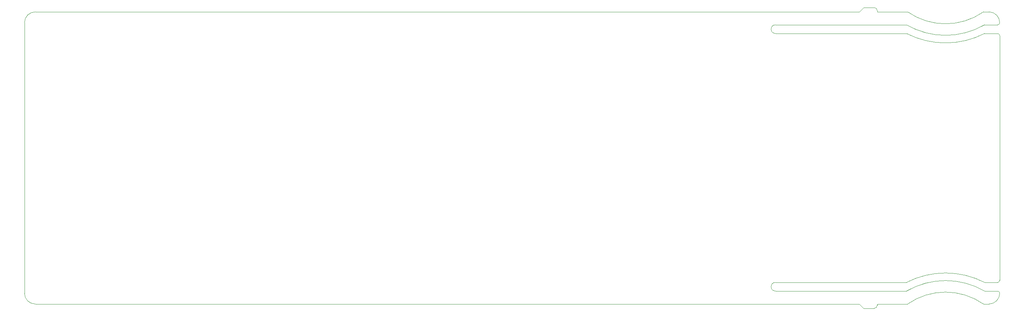
<source format=gbr>
%TF.GenerationSoftware,KiCad,Pcbnew,6.0.0*%
%TF.CreationDate,2022-01-11T14:05:17+01:00*%
%TF.ProjectId,main,6d61696e-2e6b-4696-9361-645f70636258,v.1.1.0*%
%TF.SameCoordinates,Original*%
%TF.FileFunction,Profile,NP*%
%FSLAX46Y46*%
G04 Gerber Fmt 4.6, Leading zero omitted, Abs format (unit mm)*
G04 Created by KiCad (PCBNEW 6.0.0) date 2022-01-11 14:05:17*
%MOMM*%
%LPD*%
G01*
G04 APERTURE LIST*
%TA.AperFunction,Profile*%
%ADD10C,0.050000*%
%TD*%
G04 APERTURE END LIST*
D10*
X222123000Y-47244000D02*
X224536000Y-47244000D01*
X27940000Y-48260000D02*
X221107000Y-48260000D01*
X250192516Y-48261761D02*
X251462516Y-48261761D01*
X25400000Y-114300000D02*
G75*
G03*
X27940000Y-116840000I2540001J1D01*
G01*
X225298000Y-48260000D02*
X225298000Y-48006000D01*
X221107000Y-48260000D02*
X222123000Y-47244000D01*
X201422000Y-111760000D02*
G75*
G03*
X201422000Y-113792000I0J-1016000D01*
G01*
X250444000Y-113792000D02*
X253492000Y-113792000D01*
X225298000Y-48006000D02*
G75*
G03*
X224536000Y-47244000I-762001J-1D01*
G01*
X253999997Y-114298248D02*
G75*
G03*
X253492000Y-113792000I-507998J-1753D01*
G01*
X254000000Y-111252000D02*
X254000000Y-53848000D01*
X250444000Y-53340000D02*
X253492000Y-53340000D01*
X25400000Y-114300000D02*
X25400000Y-50800000D01*
X253492000Y-51308000D02*
G75*
G03*
X253999997Y-50801752I-1J508001D01*
G01*
X250444000Y-51308000D02*
X253492000Y-51308000D01*
X250190000Y-116840000D02*
G75*
G03*
X232410000Y-116840000I-8890000J-12699998D01*
G01*
X232156000Y-51308000D02*
G75*
G03*
X250444000Y-51308000I9144000J15747996D01*
G01*
X254002516Y-50801761D02*
G75*
G03*
X251462516Y-48261761I-2540001J-1D01*
G01*
X27940000Y-116840000D02*
X221116600Y-116840000D01*
X225298000Y-116840000D02*
X232410000Y-116840000D01*
X201422000Y-51308000D02*
G75*
G03*
X201422000Y-53340000I0J-1016000D01*
G01*
X222123000Y-117856000D02*
X224536000Y-117856000D01*
X201422000Y-51308000D02*
X232156000Y-51308000D01*
X251460000Y-116840000D02*
G75*
G03*
X254000000Y-114300000I-1J2540001D01*
G01*
X201422000Y-111760000D02*
X232156000Y-111760000D01*
X232408979Y-48259284D02*
G75*
G03*
X250192516Y-48261761I8893537J12697525D01*
G01*
X250190000Y-116840000D02*
X251460000Y-116840000D01*
X27940000Y-48260000D02*
G75*
G03*
X25400000Y-50800000I1J-2540001D01*
G01*
X253492000Y-111760000D02*
G75*
G03*
X254000000Y-111252000I-1J508001D01*
G01*
X254000000Y-53848000D02*
G75*
G03*
X253492000Y-53340000I-508001J-1D01*
G01*
X250444000Y-111760000D02*
G75*
G03*
X232156000Y-111760000I-9144000J-17780003D01*
G01*
X232156000Y-53340000D02*
G75*
G03*
X250444000Y-53340000I9144000J17780003D01*
G01*
X225298000Y-117094000D02*
X225298000Y-116840000D01*
X250444000Y-111760000D02*
X253492000Y-111760000D01*
X201422000Y-113792000D02*
X232156000Y-113792000D01*
X225298000Y-48260000D02*
X232410000Y-48260000D01*
X201422000Y-53340000D02*
X232156000Y-53340000D01*
X224536000Y-117856000D02*
G75*
G03*
X225298000Y-117094000I-1J762001D01*
G01*
X250444000Y-113792000D02*
G75*
G03*
X232156000Y-113792000I-9144000J-15747996D01*
G01*
X221116600Y-116840000D02*
X222123000Y-117856000D01*
M02*

</source>
